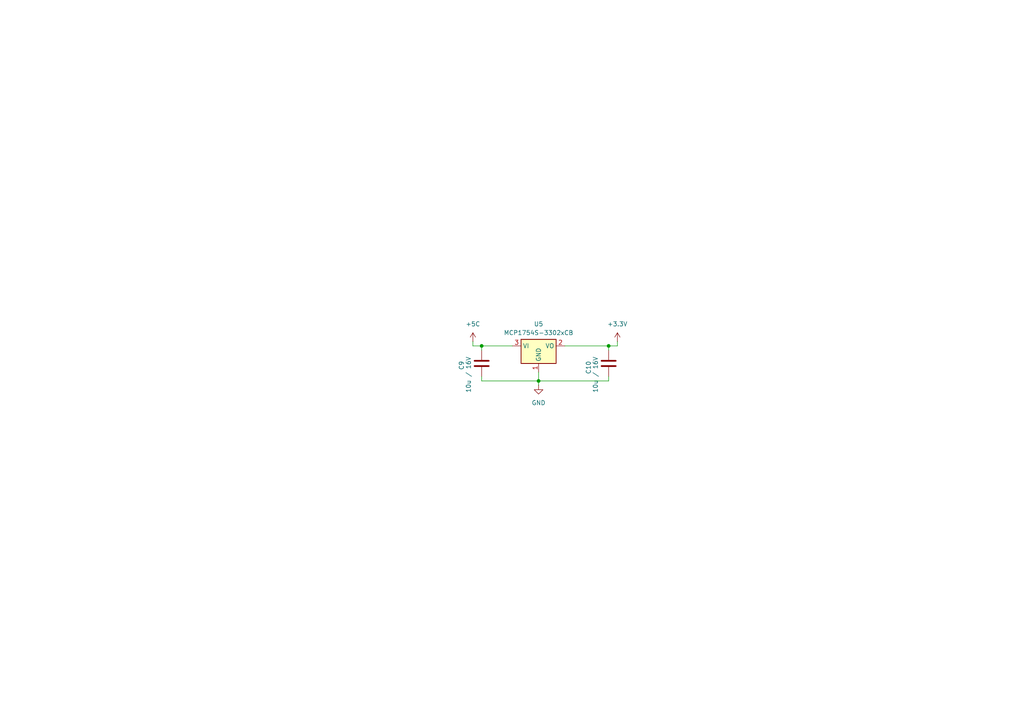
<source format=kicad_sch>
(kicad_sch (version 20250114) (generator "eeschema") (generator_version "9.0")
  (paper "A4")
  (lib_symbols
    (symbol "Device:C" (pin_numbers (hide yes)) (pin_names (offset 0.254))
      (property "Reference" "C" (at 0.635 2.54 0))
      (property "Value" "C" (at 0.635 -2.54 0))
      (symbol "C_0_1"
        (polyline (pts (xy -2.032 0.762) (xy 2.032 0.762)) (stroke (width 0.508)))
        (polyline (pts (xy -2.032 -0.762) (xy 2.032 -0.762)) (stroke (width 0.508)))
      )
      (symbol "C_1_1"
        (pin passive line (at 0 3.81 270) (length 2.794) (name "~") (number "1"))
        (pin passive line (at 0 -3.81 90) (length 2.794) (name "~") (number "2"))
      )
    )
    (symbol "Regulator_Linear:MCP1754S-3302xCB"
      (property "Reference" "U" (at -3.81 3.175 0))
      (property "Value" "MCP1754S-3302xCB" (at -0.635 3.175 0))
      (symbol "MCP1754S-3302xCB_0_1"
        (rectangle (start -5.08 -5.08) (end 5.08 1.905) (stroke (width 0.254)) (fill (type background)))
      )
      (symbol "MCP1754S-3302xCB_1_1"
        (pin power_in line (at -7.62 0 0) (length 2.54) (name "VI") (number "3"))
        (pin power_in line (at 0 -7.62 90) (length 2.54) (name "GND") (number "1"))
        (pin power_out line (at 7.62 0 180) (length 2.54) (name "VO") (number "2"))
      )
    )
    (symbol "power:+3.3V" (power) (pin_numbers (hide yes)) (pin_names (offset 0) (hide yes))
      (property "Value" "+3.3V" (at 0 3.556 0))
      (symbol "+3.3V_0_1"
        (polyline (pts (xy -0.762 1.27) (xy 0 2.54)))
        (polyline (pts (xy 0 2.54) (xy 0.762 1.27)))
        (polyline (pts (xy 0 0) (xy 0 2.54)))
      )
      (symbol "+3.3V_1_1"
        (pin power_in line (at 0 0 90) (length 0) (name "~") (number "1"))
      )
    )
    (symbol "power:+5C" (power) (pin_numbers (hide yes)) (pin_names (offset 0) (hide yes))
      (property "Value" "+5C" (at 0 3.556 0))
      (symbol "+5C_0_1"
        (polyline (pts (xy -0.762 1.27) (xy 0 2.54)))
        (polyline (pts (xy 0 2.54) (xy 0.762 1.27)))
        (polyline (pts (xy 0 0) (xy 0 2.54)))
      )
      (symbol "+5C_1_1"
        (pin power_in line (at 0 0 90) (length 0) (name "~") (number "1"))
      )
    )
    (symbol "power:GND" (power) (pin_numbers (hide yes)) (pin_names (offset 0) (hide yes))
      (property "Value" "GND" (at 0 -3.81 0))
      (symbol "GND_0_1"
        (polyline (pts (xy 0 0) (xy 0 -1.27) (xy 1.27 -1.27) (xy 0 -2.54) (xy -1.27 -1.27) (xy 0 -1.27)))
      )
      (symbol "GND_1_1"
        (pin power_in line (at 0 0 270) (length 0) (name "~") (number "1"))
      )
    )
  )
  (junction (at 156.21 110.49))
  (junction (at 176.53 100.33))
  (junction (at 139.7 100.33))
  (wire (pts (xy 156.21 110.49) (xy 156.21 111.76)))
  (wire (pts (xy 139.7 100.33) (xy 137.16 100.33)))
  (wire (pts (xy 139.7 109.22) (xy 139.7 110.49)))
  (wire (pts (xy 176.53 100.33) (xy 176.53 101.6)))
  (wire (pts (xy 179.07 100.33) (xy 179.07 99.06)))
  (wire (pts (xy 156.21 107.95) (xy 156.21 110.49)))
  (wire (pts (xy 163.83 100.33) (xy 176.53 100.33)))
  (wire (pts (xy 137.16 100.33) (xy 137.16 99.06)))
  (wire (pts (xy 139.7 110.49) (xy 156.21 110.49)))
  (wire (pts (xy 148.59 100.33) (xy 139.7 100.33)))
  (wire (pts (xy 156.21 110.49) (xy 176.53 110.49)))
  (wire (pts (xy 176.53 100.33) (xy 179.07 100.33)))
  (wire (pts (xy 139.7 100.33) (xy 139.7 101.6)))
  (wire (pts (xy 176.53 109.22) (xy 176.53 110.49)))
  (symbol (lib_id "power:+3.3V") (at 179.07 99.06 0) (unit 1)
    (property "Reference" "#PWR043" (effects (hide yes)))
    (property "Value" "+3.3V" (at 179.07 93.98 0))
    (property "Description" "Power symbol creates a global label with name \"+3.3V\"" (effects (hide yes)))
  )
  (symbol (lib_id "Device:C") (at 139.7 105.41 180) (unit 1)
    (property "Reference" "C9" (at 133.858 104.648 90) (effects (justify left)))
    (property "Value" "10u / 16V" (at 135.89 103.3781 90) (effects (justify left)))
    (property "Footprint" "Capacitor_SMD:C_1206_3216Metric" (effects (hide yes)))
    (property "Description" "Unpolarized capacitor" (effects (hide yes)))
  )
  (symbol (lib_id "power:GND") (at 156.21 111.76 0) (unit 1)
    (property "Reference" "#PWR042" (effects (hide yes)))
    (property "Value" "GND" (at 156.21 116.84 0))
    (property "Description" "Power symbol creates a global label with name \"GND\" , ground" (effects (hide yes)))
  )
  (symbol (lib_id "Device:C") (at 176.53 105.41 180) (unit 1)
    (property "Reference" "C10" (at 170.688 104.648 90) (effects (justify left)))
    (property "Value" "10u / 16V" (at 172.72 103.3781 90) (effects (justify left)))
    (property "Footprint" "Capacitor_SMD:C_1206_3216Metric" (effects (hide yes)))
    (property "Description" "Unpolarized capacitor" (effects (hide yes)))
  )
  (symbol (lib_id "Regulator_Linear:MCP1754S-3302xCB") (at 156.21 100.33 0) (unit 1)
    (property "Reference" "U5" (at 156.21 93.98 0))
    (property "Value" "MCP1754S-3302xCB" (at 156.21 96.52 0))
    (property "Footprint" "Package_TO_SOT_SMD:SOT-23" (effects (hide yes)))
    (property "Datasheet" "http://ww1.microchip.com/downloads/en/DeviceDoc/20002276C.pdf" (effects (hide yes)))
    (property "Description" "Fixed 150mA Low Dropout Voltage Regulator, Positive, 3.3V output, SOT-23" (effects (hide yes)))
  )
  (symbol (lib_id "power:+5C") (at 137.16 99.06 0) (unit 1)
    (property "Reference" "#PWR041" (effects (hide yes)))
    (property "Value" "+5C" (at 137.16 93.98 0))
    (property "Description" "Power symbol creates a global label with name \"+5C\"" (effects (hide yes)))
  )
)
</source>
